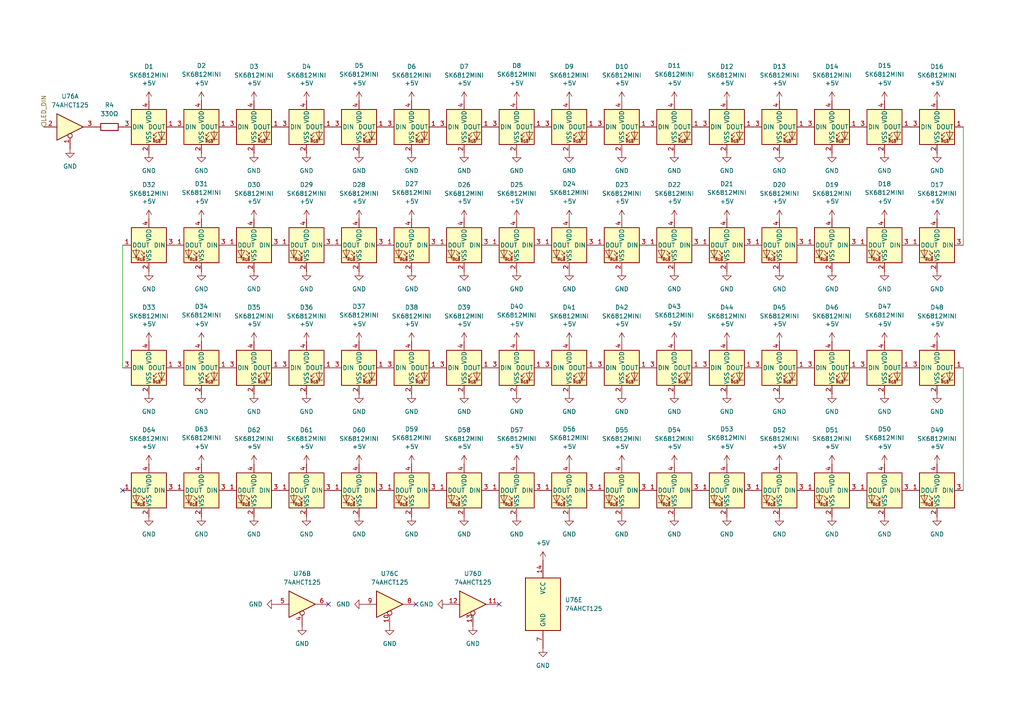
<source format=kicad_sch>
(kicad_sch (version 20250114) (generator "eeschema") (generator_version "9.0")
  (paper "A4")
  (no_connect (at 144.78 175.26))
  (no_connect (at 95.25 175.26))
  (no_connect (at 35.56 142.24))
  (no_connect (at 120.65 175.26))
  (wire (pts (xy 279.4 106.68) (xy 279.4 142.24)))
  (wire (pts (xy 35.56 71.12) (xy 35.56 106.68)))
  (wire (pts (xy 279.4 36.83) (xy 279.4 71.12)))
  (hierarchical_label "LED_DIN" (shape input) (at 12.7 36.83 90))
  (symbol (lib_id "power:+5V") (at 149.86 99.06 0) (unit 1)
    (property "Reference" "#PWR0606" (effects (hide yes)))
    (property "Value" "+5V" (at 149.86 93.98 0))
    (property "Description" "Power symbol creates a global label with name \"+5V\"" (effects (hide yes)))
  )
  (symbol (lib_id "power:+5V") (at 88.9 63.5 0) (mirror y) (unit 1)
    (property "Reference" "#PWR0584" (effects (hide yes)))
    (property "Value" "+5V" (at 88.9 58.42 0))
    (property "Description" "Power symbol creates a global label with name \"+5V\"" (effects (hide yes)))
  )
  (symbol (lib_id "LED:SK6812MINI") (at 73.66 36.83 0) (unit 1)
    (property "Reference" "D3" (at 73.66 19.304 0))
    (property "Value" "SK6812MINI" (at 73.66 21.844 0))
    (property "Footprint" "LED_SMD:LED_SK6812MINI_PLCC4_3.5x3.5mm_P1.75mm" (effects (hide yes)))
    (property "Datasheet" "https://cdn-shop.adafruit.com/product-files/2686/SK6812MINI_REV.01-1-2.pdf" (effects (hide yes)))
    (property "Description" "RGB LED with integrated controller" (effects (hide yes)))
  )
  (symbol (lib_id "power:GND") (at 104.14 149.86 0) (mirror y) (unit 1)
    (property "Reference" "#PWR0647" (effects (hide yes)))
    (property "Value" "GND" (at 104.14 154.94 0))
    (property "Description" "Power symbol creates a global label with name \"GND\" , ground" (effects (hide yes)))
  )
  (symbol (lib_id "power:GND") (at 73.66 44.45 0) (unit 1)
    (property "Reference" "#PWR0533" (effects (hide yes)))
    (property "Value" "GND" (at 73.66 49.53 0))
    (property "Description" "Power symbol creates a global label with name \"GND\" , ground" (effects (hide yes)))
  )
  (symbol (lib_id "LED:SK6812MINI") (at 58.42 142.24 0) (mirror y) (unit 1)
    (property "Reference" "D63" (at 58.42 124.46 0))
    (property "Value" "SK6812MINI" (at 58.42 127 0))
    (property "Footprint" "LED_SMD:LED_SK6812MINI_PLCC4_3.5x3.5mm_P1.75mm" (effects (hide yes)))
    (property "Datasheet" "https://cdn-shop.adafruit.com/product-files/2686/SK6812MINI_REV.01-1-2.pdf" (effects (hide yes)))
    (property "Description" "RGB LED with integrated controller" (effects (hide yes)))
  )
  (symbol (lib_id "power:+5V") (at 134.62 99.06 0) (unit 1)
    (property "Reference" "#PWR0604" (effects (hide yes)))
    (property "Value" "+5V" (at 134.62 93.98 0))
    (property "Description" "Power symbol creates a global label with name \"+5V\"" (effects (hide yes)))
  )
  (symbol (lib_id "LED:SK6812MINI") (at 134.62 36.83 0) (unit 1)
    (property "Reference" "D7" (at 134.62 19.304 0))
    (property "Value" "SK6812MINI" (at 134.62 21.844 0))
    (property "Footprint" "LED_SMD:LED_SK6812MINI_PLCC4_3.5x3.5mm_P1.75mm" (effects (hide yes)))
    (property "Datasheet" "https://cdn-shop.adafruit.com/product-files/2686/SK6812MINI_REV.01-1-2.pdf" (effects (hide yes)))
    (property "Description" "RGB LED with integrated controller" (effects (hide yes)))
  )
  (symbol (lib_id "LED:SK6812MINI") (at 271.78 106.68 0) (unit 1)
    (property "Reference" "D48" (at 271.78 89.154 0))
    (property "Value" "SK6812MINI" (at 271.78 91.694 0))
    (property "Footprint" "LED_SMD:LED_SK6812MINI_PLCC4_3.5x3.5mm_P1.75mm" (effects (hide yes)))
    (property "Datasheet" "https://cdn-shop.adafruit.com/product-files/2686/SK6812MINI_REV.01-1-2.pdf" (effects (hide yes)))
    (property "Description" "RGB LED with integrated controller" (effects (hide yes)))
  )
  (symbol (lib_id "power:+5V") (at 73.66 29.21 0) (unit 1)
    (property "Reference" "#PWR0532" (effects (hide yes)))
    (property "Value" "+5V" (at 73.66 24.13 0))
    (property "Description" "Power symbol creates a global label with name \"+5V\"" (effects (hide yes)))
  )
  (symbol (lib_id "power:GND") (at 256.54 149.86 0) (mirror y) (unit 1)
    (property "Reference" "#PWR0627" (effects (hide yes)))
    (property "Value" "GND" (at 256.54 154.94 0))
    (property "Description" "Power symbol creates a global label with name \"GND\" , ground" (effects (hide yes)))
  )
  (symbol (lib_id "power:+5V") (at 256.54 29.21 0) (unit 1)
    (property "Reference" "#PWR0556" (effects (hide yes)))
    (property "Value" "+5V" (at 256.54 24.13 0))
    (property "Description" "Power symbol creates a global label with name \"+5V\"" (effects (hide yes)))
  )
  (symbol (lib_id "LED:SK6812MINI") (at 104.14 36.83 0) (unit 1)
    (property "Reference" "D5" (at 104.14 19.05 0))
    (property "Value" "SK6812MINI" (at 104.14 21.59 0))
    (property "Footprint" "LED_SMD:LED_SK6812MINI_PLCC4_3.5x3.5mm_P1.75mm" (effects (hide yes)))
    (property "Datasheet" "https://cdn-shop.adafruit.com/product-files/2686/SK6812MINI_REV.01-1-2.pdf" (effects (hide yes)))
    (property "Description" "RGB LED with integrated controller" (effects (hide yes)))
  )
  (symbol (lib_id "power:GND") (at 105.41 175.26 270) (unit 1)
    (property "Reference" "#PWR0660" (effects (hide yes)))
    (property "Value" "GND" (at 101.6 175.2599 90) (effects (justify right)))
    (property "Description" "Power symbol creates a global label with name \"GND\" , ground" (effects (hide yes)))
  )
  (symbol (lib_id "LED:SK6812MINI") (at 165.1 142.24 0) (mirror y) (unit 1)
    (property "Reference" "D56" (at 165.1 124.46 0))
    (property "Value" "SK6812MINI" (at 165.1 127 0))
    (property "Footprint" "LED_SMD:LED_SK6812MINI_PLCC4_3.5x3.5mm_P1.75mm" (effects (hide yes)))
    (property "Datasheet" "https://cdn-shop.adafruit.com/product-files/2686/SK6812MINI_REV.01-1-2.pdf" (effects (hide yes)))
    (property "Description" "RGB LED with integrated controller" (effects (hide yes)))
  )
  (symbol (lib_id "74xx:74AHCT125") (at 20.32 36.83 0) (unit 1)
    (property "Reference" "U76" (at 20.32 27.94 0))
    (property "Value" "74AHCT125" (at 20.32 30.48 0))
    (property "Datasheet" "https://www.ti.com/lit/ds/symlink/sn74ahct125.pdf" (effects (hide yes)))
    (property "Description" "Quadruple Bus Buffer Gates With 3-State Outputs" (effects (hide yes)))
  )
  (symbol (lib_id "power:+5V") (at 119.38 134.62 0) (mirror y) (unit 1)
    (property "Reference" "#PWR0644" (effects (hide yes)))
    (property "Value" "+5V" (at 119.38 129.54 0))
    (property "Description" "Power symbol creates a global label with name \"+5V\"" (effects (hide yes)))
  )
  (symbol (lib_id "power:GND") (at 58.42 149.86 0) (mirror y) (unit 1)
    (property "Reference" "#PWR0653" (effects (hide yes)))
    (property "Value" "GND" (at 58.42 154.94 0))
    (property "Description" "Power symbol creates a global label with name \"GND\" , ground" (effects (hide yes)))
  )
  (symbol (lib_id "power:+5V") (at 256.54 63.5 0) (mirror y) (unit 1)
    (property "Reference" "#PWR0562" (effects (hide yes)))
    (property "Value" "+5V" (at 256.54 58.42 0))
    (property "Description" "Power symbol creates a global label with name \"+5V\"" (effects (hide yes)))
  )
  (symbol (lib_id "power:GND") (at 210.82 114.3 0) (unit 1)
    (property "Reference" "#PWR0615" (effects (hide yes)))
    (property "Value" "GND" (at 210.82 119.38 0))
    (property "Description" "Power symbol creates a global label with name \"GND\" , ground" (effects (hide yes)))
  )
  (symbol (lib_id "LED:SK6812MINI") (at 226.06 71.12 0) (mirror y) (unit 1)
    (property "Reference" "D20" (at 226.06 53.594 0))
    (property "Value" "SK6812MINI" (at 226.06 56.134 0))
    (property "Footprint" "LED_SMD:LED_SK6812MINI_PLCC4_3.5x3.5mm_P1.75mm" (effects (hide yes)))
    (property "Datasheet" "https://cdn-shop.adafruit.com/product-files/2686/SK6812MINI_REV.01-1-2.pdf" (effects (hide yes)))
    (property "Description" "RGB LED with integrated controller" (effects (hide yes)))
  )
  (symbol (lib_id "power:+5V") (at 195.58 99.06 0) (unit 1)
    (property "Reference" "#PWR0612" (effects (hide yes)))
    (property "Value" "+5V" (at 195.58 93.98 0))
    (property "Description" "Power symbol creates a global label with name \"+5V\"" (effects (hide yes)))
  )
  (symbol (lib_id "LED:SK6812MINI") (at 241.3 142.24 0) (mirror y) (unit 1)
    (property "Reference" "D51" (at 241.3 124.714 0))
    (property "Value" "SK6812MINI" (at 241.3 127.254 0))
    (property "Footprint" "LED_SMD:LED_SK6812MINI_PLCC4_3.5x3.5mm_P1.75mm" (effects (hide yes)))
    (property "Datasheet" "https://cdn-shop.adafruit.com/product-files/2686/SK6812MINI_REV.01-1-2.pdf" (effects (hide yes)))
    (property "Description" "RGB LED with integrated controller" (effects (hide yes)))
  )
  (symbol (lib_id "LED:SK6812MINI") (at 165.1 106.68 0) (unit 1)
    (property "Reference" "D41" (at 165.1 89.154 0))
    (property "Value" "SK6812MINI" (at 165.1 91.694 0))
    (property "Footprint" "LED_SMD:LED_SK6812MINI_PLCC4_3.5x3.5mm_P1.75mm" (effects (hide yes)))
    (property "Datasheet" "https://cdn-shop.adafruit.com/product-files/2686/SK6812MINI_REV.01-1-2.pdf" (effects (hide yes)))
    (property "Description" "RGB LED with integrated controller" (effects (hide yes)))
  )
  (symbol (lib_id "LED:SK6812MINI") (at 43.18 36.83 0) (unit 1)
    (property "Reference" "D1" (at 43.18 19.304 0))
    (property "Value" "SK6812MINI" (at 43.18 21.844 0))
    (property "Footprint" "LED_SMD:LED_SK6812MINI_PLCC4_3.5x3.5mm_P1.75mm" (effects (hide yes)))
    (property "Datasheet" "https://cdn-shop.adafruit.com/product-files/2686/SK6812MINI_REV.01-1-2.pdf" (effects (hide yes)))
    (property "Description" "RGB LED with integrated controller" (effects (hide yes)))
  )
  (symbol (lib_id "LED:SK6812MINI") (at 73.66 71.12 0) (mirror y) (unit 1)
    (property "Reference" "D30" (at 73.66 53.594 0))
    (property "Value" "SK6812MINI" (at 73.66 56.134 0))
    (property "Footprint" "LED_SMD:LED_SK6812MINI_PLCC4_3.5x3.5mm_P1.75mm" (effects (hide yes)))
    (property "Datasheet" "https://cdn-shop.adafruit.com/product-files/2686/SK6812MINI_REV.01-1-2.pdf" (effects (hide yes)))
    (property "Description" "RGB LED with integrated controller" (effects (hide yes)))
  )
  (symbol (lib_id "power:+5V") (at 226.06 29.21 0) (unit 1)
    (property "Reference" "#PWR0552" (effects (hide yes)))
    (property "Value" "+5V" (at 226.06 24.13 0))
    (property "Description" "Power symbol creates a global label with name \"+5V\"" (effects (hide yes)))
  )
  (symbol (lib_id "power:GND") (at 241.3 44.45 0) (unit 1)
    (property "Reference" "#PWR0555" (effects (hide yes)))
    (property "Value" "GND" (at 241.3 49.53 0))
    (property "Description" "Power symbol creates a global label with name \"GND\" , ground" (effects (hide yes)))
  )
  (symbol (lib_id "power:GND") (at 195.58 149.86 0) (mirror y) (unit 1)
    (property "Reference" "#PWR0635" (effects (hide yes)))
    (property "Value" "GND" (at 195.58 154.94 0))
    (property "Description" "Power symbol creates a global label with name \"GND\" , ground" (effects (hide yes)))
  )
  (symbol (lib_id "LED:SK6812MINI") (at 58.42 36.83 0) (unit 1)
    (property "Reference" "D2" (at 58.42 19.05 0))
    (property "Value" "SK6812MINI" (at 58.42 21.59 0))
    (property "Footprint" "LED_SMD:LED_SK6812MINI_PLCC4_3.5x3.5mm_P1.75mm" (effects (hide yes)))
    (property "Datasheet" "https://cdn-shop.adafruit.com/product-files/2686/SK6812MINI_REV.01-1-2.pdf" (effects (hide yes)))
    (property "Description" "RGB LED with integrated controller" (effects (hide yes)))
  )
  (symbol (lib_id "LED:SK6812MINI") (at 149.86 142.24 0) (mirror y) (unit 1)
    (property "Reference" "D57" (at 149.86 124.714 0))
    (property "Value" "SK6812MINI" (at 149.86 127.254 0))
    (property "Footprint" "LED_SMD:LED_SK6812MINI_PLCC4_3.5x3.5mm_P1.75mm" (effects (hide yes)))
    (property "Datasheet" "https://cdn-shop.adafruit.com/product-files/2686/SK6812MINI_REV.01-1-2.pdf" (effects (hide yes)))
    (property "Description" "RGB LED with integrated controller" (effects (hide yes)))
  )
  (symbol (lib_id "power:GND") (at 256.54 114.3 0) (unit 1)
    (property "Reference" "#PWR0621" (effects (hide yes)))
    (property "Value" "GND" (at 256.54 119.38 0))
    (property "Description" "Power symbol creates a global label with name \"GND\" , ground" (effects (hide yes)))
  )
  (symbol (lib_id "LED:SK6812MINI") (at 195.58 36.83 0) (unit 1)
    (property "Reference" "D11" (at 195.58 19.05 0))
    (property "Value" "SK6812MINI" (at 195.58 21.59 0))
    (property "Footprint" "LED_SMD:LED_SK6812MINI_PLCC4_3.5x3.5mm_P1.75mm" (effects (hide yes)))
    (property "Datasheet" "https://cdn-shop.adafruit.com/product-files/2686/SK6812MINI_REV.01-1-2.pdf" (effects (hide yes)))
    (property "Description" "RGB LED with integrated controller" (effects (hide yes)))
  )
  (symbol (lib_id "power:+5V") (at 195.58 63.5 0) (mirror y) (unit 1)
    (property "Reference" "#PWR0570" (effects (hide yes)))
    (property "Value" "+5V" (at 195.58 58.42 0))
    (property "Description" "Power symbol creates a global label with name \"+5V\"" (effects (hide yes)))
  )
  (symbol (lib_id "LED:SK6812MINI") (at 43.18 142.24 0) (mirror y) (unit 1)
    (property "Reference" "D64" (at 43.18 124.714 0))
    (property "Value" "SK6812MINI" (at 43.18 127.254 0))
    (property "Footprint" "LED_SMD:LED_SK6812MINI_PLCC4_3.5x3.5mm_P1.75mm" (effects (hide yes)))
    (property "Datasheet" "https://cdn-shop.adafruit.com/product-files/2686/SK6812MINI_REV.01-1-2.pdf" (effects (hide yes)))
    (property "Description" "RGB LED with integrated controller" (effects (hide yes)))
  )
  (symbol (lib_id "power:+5V") (at 271.78 99.06 0) (unit 1)
    (property "Reference" "#PWR0622" (effects (hide yes)))
    (property "Value" "+5V" (at 271.78 93.98 0))
    (property "Description" "Power symbol creates a global label with name \"+5V\"" (effects (hide yes)))
  )
  (symbol (lib_id "LED:SK6812MINI") (at 256.54 106.68 0) (unit 1)
    (property "Reference" "D47" (at 256.54 88.9 0))
    (property "Value" "SK6812MINI" (at 256.54 91.44 0))
    (property "Footprint" "LED_SMD:LED_SK6812MINI_PLCC4_3.5x3.5mm_P1.75mm" (effects (hide yes)))
    (property "Datasheet" "https://cdn-shop.adafruit.com/product-files/2686/SK6812MINI_REV.01-1-2.pdf" (effects (hide yes)))
    (property "Description" "RGB LED with integrated controller" (effects (hide yes)))
  )
  (symbol (lib_id "LED:SK6812MINI") (at 58.42 71.12 0) (mirror y) (unit 1)
    (property "Reference" "D31" (at 58.42 53.34 0))
    (property "Value" "SK6812MINI" (at 58.42 55.88 0))
    (property "Footprint" "LED_SMD:LED_SK6812MINI_PLCC4_3.5x3.5mm_P1.75mm" (effects (hide yes)))
    (property "Datasheet" "https://cdn-shop.adafruit.com/product-files/2686/SK6812MINI_REV.01-1-2.pdf" (effects (hide yes)))
    (property "Description" "RGB LED with integrated controller" (effects (hide yes)))
  )
  (symbol (lib_id "power:GND") (at 165.1 114.3 0) (unit 1)
    (property "Reference" "#PWR0609" (effects (hide yes)))
    (property "Value" "GND" (at 165.1 119.38 0))
    (property "Description" "Power symbol creates a global label with name \"GND\" , ground" (effects (hide yes)))
  )
  (symbol (lib_id "power:GND") (at 113.03 181.61 0) (unit 1)
    (property "Reference" "#PWR0663" (effects (hide yes)))
    (property "Value" "GND" (at 113.03 186.69 0))
    (property "Description" "Power symbol creates a global label with name \"GND\" , ground" (effects (hide yes)))
  )
  (symbol (lib_id "LED:SK6812MINI") (at 241.3 71.12 0) (mirror y) (unit 1)
    (property "Reference" "D19" (at 241.3 53.594 0))
    (property "Value" "SK6812MINI" (at 241.3 56.134 0))
    (property "Footprint" "LED_SMD:LED_SK6812MINI_PLCC4_3.5x3.5mm_P1.75mm" (effects (hide yes)))
    (property "Datasheet" "https://cdn-shop.adafruit.com/product-files/2686/SK6812MINI_REV.01-1-2.pdf" (effects (hide yes)))
    (property "Description" "RGB LED with integrated controller" (effects (hide yes)))
  )
  (symbol (lib_id "power:GND") (at 87.63 181.61 0) (unit 1)
    (property "Reference" "#PWR0662" (effects (hide yes)))
    (property "Value" "GND" (at 87.63 186.69 0))
    (property "Description" "Power symbol creates a global label with name \"GND\" , ground" (effects (hide yes)))
  )
  (symbol (lib_id "power:GND") (at 134.62 114.3 0) (unit 1)
    (property "Reference" "#PWR0605" (effects (hide yes)))
    (property "Value" "GND" (at 134.62 119.38 0))
    (property "Description" "Power symbol creates a global label with name \"GND\" , ground" (effects (hide yes)))
  )
  (symbol (lib_id "power:GND") (at 195.58 114.3 0) (unit 1)
    (property "Reference" "#PWR0613" (effects (hide yes)))
    (property "Value" "GND" (at 195.58 119.38 0))
    (property "Description" "Power symbol creates a global label with name \"GND\" , ground" (effects (hide yes)))
  )
  (symbol (lib_id "power:+5V") (at 210.82 99.06 0) (unit 1)
    (property "Reference" "#PWR0614" (effects (hide yes)))
    (property "Value" "+5V" (at 210.82 93.98 0))
    (property "Description" "Power symbol creates a global label with name \"+5V\"" (effects (hide yes)))
  )
  (symbol (lib_id "power:+5V") (at 195.58 29.21 0) (unit 1)
    (property "Reference" "#PWR0548" (effects (hide yes)))
    (property "Value" "+5V" (at 195.58 24.13 0))
    (property "Description" "Power symbol creates a global label with name \"+5V\"" (effects (hide yes)))
  )
  (symbol (lib_id "power:+5V") (at 88.9 29.21 0) (unit 1)
    (property "Reference" "#PWR0534" (effects (hide yes)))
    (property "Value" "+5V" (at 88.9 24.13 0))
    (property "Description" "Power symbol creates a global label with name \"+5V\"" (effects (hide yes)))
  )
  (symbol (lib_id "Device:R") (at 31.75 36.83 90) (unit 1)
    (property "Reference" "R4" (at 31.75 30.48 90))
    (property "Value" "330Ω" (at 31.75 33.02 90))
    (property "Description" "Resistor" (effects (hide yes)))
  )
  (symbol (lib_id "LED:SK6812MINI") (at 104.14 106.68 0) (unit 1)
    (property "Reference" "D37" (at 104.14 88.9 0))
    (property "Value" "SK6812MINI" (at 104.14 91.44 0))
    (property "Footprint" "LED_SMD:LED_SK6812MINI_PLCC4_3.5x3.5mm_P1.75mm" (effects (hide yes)))
    (property "Datasheet" "https://cdn-shop.adafruit.com/product-files/2686/SK6812MINI_REV.01-1-2.pdf" (effects (hide yes)))
    (property "Description" "RGB LED with integrated controller" (effects (hide yes)))
  )
  (symbol (lib_id "power:GND") (at 180.34 149.86 0) (mirror y) (unit 1)
    (property "Reference" "#PWR0637" (effects (hide yes)))
    (property "Value" "GND" (at 180.34 154.94 0))
    (property "Description" "Power symbol creates a global label with name \"GND\" , ground" (effects (hide yes)))
  )
  (symbol (lib_id "power:+5V") (at 119.38 63.5 0) (mirror y) (unit 1)
    (property "Reference" "#PWR0580" (effects (hide yes)))
    (property "Value" "+5V" (at 119.38 58.42 0))
    (property "Description" "Power symbol creates a global label with name \"+5V\"" (effects (hide yes)))
  )
  (symbol (lib_id "power:GND") (at 58.42 114.3 0) (unit 1)
    (property "Reference" "#PWR0595" (effects (hide yes)))
    (property "Value" "GND" (at 58.42 119.38 0))
    (property "Description" "Power symbol creates a global label with name \"GND\" , ground" (effects (hide yes)))
  )
  (symbol (lib_id "power:+5V") (at 271.78 29.21 0) (unit 1)
    (property "Reference" "#PWR0558" (effects (hide yes)))
    (property "Value" "+5V" (at 271.78 24.13 0))
    (property "Description" "Power symbol creates a global label with name \"+5V\"" (effects (hide yes)))
  )
  (symbol (lib_id "power:+5V") (at 58.42 29.21 0) (unit 1)
    (property "Reference" "#PWR0530" (effects (hide yes)))
    (property "Value" "+5V" (at 58.42 24.13 0))
    (property "Description" "Power symbol creates a global label with name \"+5V\"" (effects (hide yes)))
  )
  (symbol (lib_id "LED:SK6812MINI") (at 119.38 142.24 0) (mirror y) (unit 1)
    (property "Reference" "D59" (at 119.38 124.46 0))
    (property "Value" "SK6812MINI" (at 119.38 127 0))
    (property "Footprint" "LED_SMD:LED_SK6812MINI_PLCC4_3.5x3.5mm_P1.75mm" (effects (hide yes)))
    (property "Datasheet" "https://cdn-shop.adafruit.com/product-files/2686/SK6812MINI_REV.01-1-2.pdf" (effects (hide yes)))
    (property "Description" "RGB LED with integrated controller" (effects (hide yes)))
  )
  (symbol (lib_id "LED:SK6812MINI") (at 119.38 36.83 0) (unit 1)
    (property "Reference" "D6" (at 119.38 19.304 0))
    (property "Value" "SK6812MINI" (at 119.38 21.844 0))
    (property "Footprint" "LED_SMD:LED_SK6812MINI_PLCC4_3.5x3.5mm_P1.75mm" (effects (hide yes)))
    (property "Datasheet" "https://cdn-shop.adafruit.com/product-files/2686/SK6812MINI_REV.01-1-2.pdf" (effects (hide yes)))
    (property "Description" "RGB LED with integrated controller" (effects (hide yes)))
  )
  (symbol (lib_id "power:GND") (at 134.62 78.74 0) (mirror y) (unit 1)
    (property "Reference" "#PWR0579" (effects (hide yes)))
    (property "Value" "GND" (at 134.62 83.82 0))
    (property "Description" "Power symbol creates a global label with name \"GND\" , ground" (effects (hide yes)))
  )
  (symbol (lib_id "power:+5V") (at 165.1 99.06 0) (unit 1)
    (property "Reference" "#PWR0608" (effects (hide yes)))
    (property "Value" "+5V" (at 165.1 93.98 0))
    (property "Description" "Power symbol creates a global label with name \"+5V\"" (effects (hide yes)))
  )
  (symbol (lib_id "power:GND") (at 195.58 44.45 0) (unit 1)
    (property "Reference" "#PWR0549" (effects (hide yes)))
    (property "Value" "GND" (at 195.58 49.53 0))
    (property "Description" "Power symbol creates a global label with name \"GND\" , ground" (effects (hide yes)))
  )
  (symbol (lib_id "power:+5V") (at 104.14 134.62 0) (mirror y) (unit 1)
    (property "Reference" "#PWR0646" (effects (hide yes)))
    (property "Value" "+5V" (at 104.14 129.54 0))
    (property "Description" "Power symbol creates a global label with name \"+5V\"" (effects (hide yes)))
  )
  (symbol (lib_id "power:+5V") (at 104.14 99.06 0) (unit 1)
    (property "Reference" "#PWR0600" (effects (hide yes)))
    (property "Value" "+5V" (at 104.14 93.98 0))
    (property "Description" "Power symbol creates a global label with name \"+5V\"" (effects (hide yes)))
  )
  (symbol (lib_id "LED:SK6812MINI") (at 226.06 142.24 0) (mirror y) (unit 1)
    (property "Reference" "D52" (at 226.06 124.714 0))
    (property "Value" "SK6812MINI" (at 226.06 127.254 0))
    (property "Footprint" "LED_SMD:LED_SK6812MINI_PLCC4_3.5x3.5mm_P1.75mm" (effects (hide yes)))
    (property "Datasheet" "https://cdn-shop.adafruit.com/product-files/2686/SK6812MINI_REV.01-1-2.pdf" (effects (hide yes)))
    (property "Description" "RGB LED with integrated controller" (effects (hide yes)))
  )
  (symbol (lib_id "power:GND") (at 88.9 78.74 0) (mirror y) (unit 1)
    (property "Reference" "#PWR0585" (effects (hide yes)))
    (property "Value" "GND" (at 88.9 83.82 0))
    (property "Description" "Power symbol creates a global label with name \"GND\" , ground" (effects (hide yes)))
  )
  (symbol (lib_id "LED:SK6812MINI") (at 271.78 36.83 0) (unit 1)
    (property "Reference" "D16" (at 271.78 19.304 0))
    (property "Value" "SK6812MINI" (at 271.78 21.844 0))
    (property "Footprint" "LED_SMD:LED_SK6812MINI_PLCC4_3.5x3.5mm_P1.75mm" (effects (hide yes)))
    (property "Datasheet" "https://cdn-shop.adafruit.com/product-files/2686/SK6812MINI_REV.01-1-2.pdf" (effects (hide yes)))
    (property "Description" "RGB LED with integrated controller" (effects (hide yes)))
  )
  (symbol (lib_id "LED:SK6812MINI") (at 88.9 142.24 0) (mirror y) (unit 1)
    (property "Reference" "D61" (at 88.9 124.714 0))
    (property "Value" "SK6812MINI" (at 88.9 127.254 0))
    (property "Footprint" "LED_SMD:LED_SK6812MINI_PLCC4_3.5x3.5mm_P1.75mm" (effects (hide yes)))
    (property "Datasheet" "https://cdn-shop.adafruit.com/product-files/2686/SK6812MINI_REV.01-1-2.pdf" (effects (hide yes)))
    (property "Description" "RGB LED with integrated controller" (effects (hide yes)))
  )
  (symbol (lib_id "power:+5V") (at 256.54 99.06 0) (unit 1)
    (property "Reference" "#PWR0620" (effects (hide yes)))
    (property "Value" "+5V" (at 256.54 93.98 0))
    (property "Description" "Power symbol creates a global label with name \"+5V\"" (effects (hide yes)))
  )
  (symbol (lib_id "power:GND") (at 119.38 44.45 0) (unit 1)
    (property "Reference" "#PWR0539" (effects (hide yes)))
    (property "Value" "GND" (at 119.38 49.53 0))
    (property "Description" "Power symbol creates a global label with name \"GND\" , ground" (effects (hide yes)))
  )
  (symbol (lib_id "LED:SK6812MINI") (at 180.34 71.12 0) (mirror y) (unit 1)
    (property "Reference" "D23" (at 180.34 53.594 0))
    (property "Value" "SK6812MINI" (at 180.34 56.134 0))
    (property "Footprint" "LED_SMD:LED_SK6812MINI_PLCC4_3.5x3.5mm_P1.75mm" (effects (hide yes)))
    (property "Datasheet" "https://cdn-shop.adafruit.com/product-files/2686/SK6812MINI_REV.01-1-2.pdf" (effects (hide yes)))
    (property "Description" "RGB LED with integrated controller" (effects (hide yes)))
  )
  (symbol (lib_id "power:GND") (at 119.38 149.86 0) (mirror y) (unit 1)
    (property "Reference" "#PWR0645" (effects (hide yes)))
    (property "Value" "GND" (at 119.38 154.94 0))
    (property "Description" "Power symbol creates a global label with name \"GND\" , ground" (effects (hide yes)))
  )
  (symbol (lib_id "LED:SK6812MINI") (at 73.66 142.24 0) (mirror y) (unit 1)
    (property "Reference" "D62" (at 73.66 124.714 0))
    (property "Value" "SK6812MINI" (at 73.66 127.254 0))
    (property "Footprint" "LED_SMD:LED_SK6812MINI_PLCC4_3.5x3.5mm_P1.75mm" (effects (hide yes)))
    (property "Datasheet" "https://cdn-shop.adafruit.com/product-files/2686/SK6812MINI_REV.01-1-2.pdf" (effects (hide yes)))
    (property "Description" "RGB LED with integrated controller" (effects (hide yes)))
  )
  (symbol (lib_id "power:+5V") (at 104.14 63.5 0) (mirror y) (unit 1)
    (property "Reference" "#PWR0582" (effects (hide yes)))
    (property "Value" "+5V" (at 104.14 58.42 0))
    (property "Description" "Power symbol creates a global label with name \"+5V\"" (effects (hide yes)))
  )
  (symbol (lib_id "power:GND") (at 210.82 149.86 0) (mirror y) (unit 1)
    (property "Reference" "#PWR0633" (effects (hide yes)))
    (property "Value" "GND" (at 210.82 154.94 0))
    (property "Description" "Power symbol creates a global label with name \"GND\" , ground" (effects (hide yes)))
  )
  (symbol (lib_id "LED:SK6812MINI") (at 195.58 71.12 0) (mirror y) (unit 1)
    (property "Reference" "D22" (at 195.58 53.594 0))
    (property "Value" "SK6812MINI" (at 195.58 56.134 0))
    (property "Footprint" "LED_SMD:LED_SK6812MINI_PLCC4_3.5x3.5mm_P1.75mm" (effects (hide yes)))
    (property "Datasheet" "https://cdn-shop.adafruit.com/product-files/2686/SK6812MINI_REV.01-1-2.pdf" (effects (hide yes)))
    (property "Description" "RGB LED with integrated controller" (effects (hide yes)))
  )
  (symbol (lib_id "power:GND") (at 165.1 44.45 0) (unit 1)
    (property "Reference" "#PWR0545" (effects (hide yes)))
    (property "Value" "GND" (at 165.1 49.53 0))
    (property "Description" "Power symbol creates a global label with name \"GND\" , ground" (effects (hide yes)))
  )
  (symbol (lib_id "74xx:74AHCT125") (at 157.48 175.26 0) (unit 5)
    (property "Reference" "U76" (at 163.83 173.9899 0) (effects (justify left)))
    (property "Value" "74AHCT125" (at 163.83 176.5299 0) (effects (justify left)))
    (property "Datasheet" "https://www.ti.com/lit/ds/symlink/sn74ahct125.pdf" (effects (hide yes)))
    (property "Description" "Quadruple Bus Buffer Gates With 3-State Outputs" (effects (hide yes)))
  )
  (symbol (lib_id "LED:SK6812MINI") (at 104.14 71.12 0) (mirror y) (unit 1)
    (property "Reference" "D28" (at 104.14 53.594 0))
    (property "Value" "SK6812MINI" (at 104.14 56.134 0))
    (property "Footprint" "LED_SMD:LED_SK6812MINI_PLCC4_3.5x3.5mm_P1.75mm" (effects (hide yes)))
    (property "Datasheet" "https://cdn-shop.adafruit.com/product-files/2686/SK6812MINI_REV.01-1-2.pdf" (effects (hide yes)))
    (property "Description" "RGB LED with integrated controller" (effects (hide yes)))
  )
  (symbol (lib_id "power:GND") (at 20.32 43.18 0) (unit 1)
    (property "Reference" "#PWR0657" (effects (hide yes)))
    (property "Value" "GND" (at 20.32 48.26 0))
    (property "Description" "Power symbol creates a global label with name \"GND\" , ground" (effects (hide yes)))
  )
  (symbol (lib_id "LED:SK6812MINI") (at 119.38 106.68 0) (unit 1)
    (property "Reference" "D38" (at 119.38 89.154 0))
    (property "Value" "SK6812MINI" (at 119.38 91.694 0))
    (property "Footprint" "LED_SMD:LED_SK6812MINI_PLCC4_3.5x3.5mm_P1.75mm" (effects (hide yes)))
    (property "Datasheet" "https://cdn-shop.adafruit.com/product-files/2686/SK6812MINI_REV.01-1-2.pdf" (effects (hide yes)))
    (property "Description" "RGB LED with integrated controller" (effects (hide yes)))
  )
  (symbol (lib_id "power:GND") (at 43.18 149.86 0) (mirror y) (unit 1)
    (property "Reference" "#PWR0655" (effects (hide yes)))
    (property "Value" "GND" (at 43.18 154.94 0))
    (property "Description" "Power symbol creates a global label with name \"GND\" , ground" (effects (hide yes)))
  )
  (symbol (lib_id "power:+5V") (at 58.42 99.06 0) (unit 1)
    (property "Reference" "#PWR0594" (effects (hide yes)))
    (property "Value" "+5V" (at 58.42 93.98 0))
    (property "Description" "Power symbol creates a global label with name \"+5V\"" (effects (hide yes)))
  )
  (symbol (lib_id "LED:SK6812MINI") (at 104.14 142.24 0) (mirror y) (unit 1)
    (property "Reference" "D60" (at 104.14 124.714 0))
    (property "Value" "SK6812MINI" (at 104.14 127.254 0))
    (property "Footprint" "LED_SMD:LED_SK6812MINI_PLCC4_3.5x3.5mm_P1.75mm" (effects (hide yes)))
    (property "Datasheet" "https://cdn-shop.adafruit.com/product-files/2686/SK6812MINI_REV.01-1-2.pdf" (effects (hide yes)))
    (property "Description" "RGB LED with integrated controller" (effects (hide yes)))
  )
  (symbol (lib_id "power:+5V") (at 241.3 99.06 0) (unit 1)
    (property "Reference" "#PWR0618" (effects (hide yes)))
    (property "Value" "+5V" (at 241.3 93.98 0))
    (property "Description" "Power symbol creates a global label with name \"+5V\"" (effects (hide yes)))
  )
  (symbol (lib_id "power:+5V") (at 119.38 99.06 0) (unit 1)
    (property "Reference" "#PWR0602" (effects (hide yes)))
    (property "Value" "+5V" (at 119.38 93.98 0))
    (property "Description" "Power symbol creates a global label with name \"+5V\"" (effects (hide yes)))
  )
  (symbol (lib_id "power:+5V") (at 43.18 99.06 0) (unit 1)
    (property "Reference" "#PWR0592" (effects (hide yes)))
    (property "Value" "+5V" (at 43.18 93.98 0))
    (property "Description" "Power symbol creates a global label with name \"+5V\"" (effects (hide yes)))
  )
  (symbol (lib_id "power:+5V") (at 210.82 63.5 0) (mirror y) (unit 1)
    (property "Reference" "#PWR0568" (effects (hide yes)))
    (property "Value" "+5V" (at 210.82 58.42 0))
    (property "Description" "Power symbol creates a global label with name \"+5V\"" (effects (hide yes)))
  )
  (symbol (lib_id "power:+5V") (at 134.62 29.21 0) (unit 1)
    (property "Reference" "#PWR0540" (effects (hide yes)))
    (property "Value" "+5V" (at 134.62 24.13 0))
    (property "Description" "Power symbol creates a global label with name \"+5V\"" (effects (hide yes)))
  )
  (symbol (lib_id "LED:SK6812MINI") (at 180.34 142.24 0) (mirror y) (unit 1)
    (property "Reference" "D55" (at 180.34 124.714 0))
    (property "Value" "SK6812MINI" (at 180.34 127.254 0))
    (property "Footprint" "LED_SMD:LED_SK6812MINI_PLCC4_3.5x3.5mm_P1.75mm" (effects (hide yes)))
    (property "Datasheet" "https://cdn-shop.adafruit.com/product-files/2686/SK6812MINI_REV.01-1-2.pdf" (effects (hide yes)))
    (property "Description" "RGB LED with integrated controller" (effects (hide yes)))
  )
  (symbol (lib_id "power:+5V") (at 271.78 134.62 0) (mirror y) (unit 1)
    (property "Reference" "#PWR0624" (effects (hide yes)))
    (property "Value" "+5V" (at 271.78 129.54 0))
    (property "Description" "Power symbol creates a global label with name \"+5V\"" (effects (hide yes)))
  )
  (symbol (lib_id "power:GND") (at 104.14 44.45 0) (unit 1)
    (property "Reference" "#PWR0537" (effects (hide yes)))
    (property "Value" "GND" (at 104.14 49.53 0))
    (property "Description" "Power symbol creates a global label with name \"GND\" , ground" (effects (hide yes)))
  )
  (symbol (lib_id "power:+5V") (at 134.62 134.62 0) (mirror y) (unit 1)
    (property "Reference" "#PWR0642" (effects (hide yes)))
    (property "Value" "+5V" (at 134.62 129.54 0))
    (property "Description" "Power symbol creates a global label with name \"+5V\"" (effects (hide yes)))
  )
  (symbol (lib_id "power:GND") (at 129.54 175.26 270) (unit 1)
    (property "Reference" "#PWR0661" (effects (hide yes)))
    (property "Value" "GND" (at 125.73 175.2599 90) (effects (justify right)))
    (property "Description" "Power symbol creates a global label with name \"GND\" , ground" (effects (hide yes)))
  )
  (symbol (lib_id "LED:SK6812MINI") (at 210.82 71.12 0) (mirror y) (unit 1)
    (property "Reference" "D21" (at 210.82 53.34 0))
    (property "Value" "SK6812MINI" (at 210.82 55.88 0))
    (property "Footprint" "LED_SMD:LED_SK6812MINI_PLCC4_3.5x3.5mm_P1.75mm" (effects (hide yes)))
    (property "Datasheet" "https://cdn-shop.adafruit.com/product-files/2686/SK6812MINI_REV.01-1-2.pdf" (effects (hide yes)))
    (property "Description" "RGB LED with integrated controller" (effects (hide yes)))
  )
  (symbol (lib_id "power:+5V") (at 165.1 134.62 0) (mirror y) (unit 1)
    (property "Reference" "#PWR0638" (effects (hide yes)))
    (property "Value" "+5V" (at 165.1 129.54 0))
    (property "Description" "Power symbol creates a global label with name \"+5V\"" (effects (hide yes)))
  )
  (symbol (lib_id "LED:SK6812MINI") (at 149.86 36.83 0) (unit 1)
    (property "Reference" "D8" (at 149.86 19.05 0))
    (property "Value" "SK6812MINI" (at 149.86 21.59 0))
    (property "Footprint" "LED_SMD:LED_SK6812MINI_PLCC4_3.5x3.5mm_P1.75mm" (effects (hide yes)))
    (property "Datasheet" "https://cdn-shop.adafruit.com/product-files/2686/SK6812MINI_REV.01-1-2.pdf" (effects (hide yes)))
    (property "Description" "RGB LED with integrated controller" (effects (hide yes)))
  )
  (symbol (lib_id "power:GND") (at 241.3 149.86 0) (mirror y) (unit 1)
    (property "Reference" "#PWR0629" (effects (hide yes)))
    (property "Value" "GND" (at 241.3 154.94 0))
    (property "Description" "Power symbol creates a global label with name \"GND\" , ground" (effects (hide yes)))
  )
  (symbol (lib_id "power:+5V") (at 165.1 63.5 0) (mirror y) (unit 1)
    (property "Reference" "#PWR0574" (effects (hide yes)))
    (property "Value" "+5V" (at 165.1 58.42 0))
    (property "Description" "Power symbol creates a global label with name \"+5V\"" (effects (hide yes)))
  )
  (symbol (lib_id "power:GND") (at 256.54 44.45 0) (unit 1)
    (property "Reference" "#PWR0557" (effects (hide yes)))
    (property "Value" "GND" (at 256.54 49.53 0))
    (property "Description" "Power symbol creates a global label with name \"GND\" , ground" (effects (hide yes)))
  )
  (symbol (lib_id "LED:SK6812MINI") (at 256.54 36.83 0) (unit 1)
    (property "Reference" "D15" (at 256.54 19.05 0))
    (property "Value" "SK6812MINI" (at 256.54 21.59 0))
    (property "Footprint" "LED_SMD:LED_SK6812MINI_PLCC4_3.5x3.5mm_P1.75mm" (effects (hide yes)))
    (property "Datasheet" "https://cdn-shop.adafruit.com/product-files/2686/SK6812MINI_REV.01-1-2.pdf" (effects (hide yes)))
    (property "Description" "RGB LED with integrated controller" (effects (hide yes)))
  )
  (symbol (lib_id "power:+5V") (at 165.1 29.21 0) (unit 1)
    (property "Reference" "#PWR0544" (effects (hide yes)))
    (property "Value" "+5V" (at 165.1 24.13 0))
    (property "Description" "Power symbol creates a global label with name \"+5V\"" (effects (hide yes)))
  )
  (symbol (lib_id "LED:SK6812MINI") (at 195.58 142.24 0) (mirror y) (unit 1)
    (property "Reference" "D54" (at 195.58 124.714 0))
    (property "Value" "SK6812MINI" (at 195.58 127.254 0))
    (property "Footprint" "LED_SMD:LED_SK6812MINI_PLCC4_3.5x3.5mm_P1.75mm" (effects (hide yes)))
    (property "Datasheet" "https://cdn-shop.adafruit.com/product-files/2686/SK6812MINI_REV.01-1-2.pdf" (effects (hide yes)))
    (property "Description" "RGB LED with integrated controller" (effects (hide yes)))
  )
  (symbol (lib_id "74xx:74AHCT125") (at 113.03 175.26 0) (unit 3)
    (property "Reference" "U76" (at 113.03 166.37 0))
    (property "Value" "74AHCT125" (at 113.03 168.91 0))
    (property "Datasheet" "https://www.ti.com/lit/ds/symlink/sn74ahct125.pdf" (effects (hide yes)))
    (property "Description" "Quadruple Bus Buffer Gates With 3-State Outputs" (effects (hide yes)))
  )
  (symbol (lib_id "power:+5V") (at 210.82 29.21 0) (unit 1)
    (property "Reference" "#PWR0550" (effects (hide yes)))
    (property "Value" "+5V" (at 210.82 24.13 0))
    (property "Description" "Power symbol creates a global label with name \"+5V\"" (effects (hide yes)))
  )
  (symbol (lib_id "power:GND") (at 271.78 78.74 0) (mirror y) (unit 1)
    (property "Reference" "#PWR0561" (effects (hide yes)))
    (property "Value" "GND" (at 271.78 83.82 0))
    (property "Description" "Power symbol creates a global label with name \"GND\" , ground" (effects (hide yes)))
  )
  (symbol (lib_id "LED:SK6812MINI") (at 226.06 106.68 0) (unit 1)
    (property "Reference" "D45" (at 226.06 89.154 0))
    (property "Value" "SK6812MINI" (at 226.06 91.694 0))
    (property "Footprint" "LED_SMD:LED_SK6812MINI_PLCC4_3.5x3.5mm_P1.75mm" (effects (hide yes)))
    (property "Datasheet" "https://cdn-shop.adafruit.com/product-files/2686/SK6812MINI_REV.01-1-2.pdf" (effects (hide yes)))
    (property "Description" "RGB LED with integrated controller" (effects (hide yes)))
  )
  (symbol (lib_id "power:+5V") (at 73.66 99.06 0) (unit 1)
    (property "Reference" "#PWR0596" (effects (hide yes)))
    (property "Value" "+5V" (at 73.66 93.98 0))
    (property "Description" "Power symbol creates a global label with name \"+5V\"" (effects (hide yes)))
  )
  (symbol (lib_id "LED:SK6812MINI") (at 73.66 106.68 0) (unit 1)
    (property "Reference" "D35" (at 73.66 89.154 0))
    (property "Value" "SK6812MINI" (at 73.66 91.694 0))
    (property "Footprint" "LED_SMD:LED_SK6812MINI_PLCC4_3.5x3.5mm_P1.75mm" (effects (hide yes)))
    (property "Datasheet" "https://cdn-shop.adafruit.com/product-files/2686/SK6812MINI_REV.01-1-2.pdf" (effects (hide yes)))
    (property "Description" "RGB LED with integrated controller" (effects (hide yes)))
  )
  (symbol (lib_id "LED:SK6812MINI") (at 149.86 71.12 0) (mirror y) (unit 1)
    (property "Reference" "D25" (at 149.86 53.594 0))
    (property "Value" "SK6812MINI" (at 149.86 56.134 0))
    (property "Footprint" "LED_SMD:LED_SK6812MINI_PLCC4_3.5x3.5mm_P1.75mm" (effects (hide yes)))
    (property "Datasheet" "https://cdn-shop.adafruit.com/product-files/2686/SK6812MINI_REV.01-1-2.pdf" (effects (hide yes)))
    (property "Description" "RGB LED with integrated controller" (effects (hide yes)))
  )
  (symbol (lib_id "power:GND") (at 149.86 114.3 0) (unit 1)
    (property "Reference" "#PWR0607" (effects (hide yes)))
    (property "Value" "GND" (at 149.86 119.38 0))
    (property "Description" "Power symbol creates a global label with name \"GND\" , ground" (effects (hide yes)))
  )
  (symbol (lib_id "LED:SK6812MINI") (at 210.82 142.24 0) (mirror y) (unit 1)
    (property "Reference" "D53" (at 210.82 124.46 0))
    (property "Value" "SK6812MINI" (at 210.82 127 0))
    (property "Footprint" "LED_SMD:LED_SK6812MINI_PLCC4_3.5x3.5mm_P1.75mm" (effects (hide yes)))
    (property "Datasheet" "https://cdn-shop.adafruit.com/product-files/2686/SK6812MINI_REV.01-1-2.pdf" (effects (hide yes)))
    (property "Description" "RGB LED with integrated controller" (effects (hide yes)))
  )
  (symbol (lib_id "power:GND") (at 271.78 149.86 0) (mirror y) (unit 1)
    (property "Reference" "#PWR0625" (effects (hide yes)))
    (property "Value" "GND" (at 271.78 154.94 0))
    (property "Description" "Power symbol creates a global label with name \"GND\" , ground" (effects (hide yes)))
  )
  (symbol (lib_id "power:GND") (at 210.82 78.74 0) (mirror y) (unit 1)
    (property "Reference" "#PWR0569" (effects (hide yes)))
    (property "Value" "GND" (at 210.82 83.82 0))
    (property "Description" "Power symbol creates a global label with name \"GND\" , ground" (effects (hide yes)))
  )
  (symbol (lib_id "LED:SK6812MINI") (at 88.9 71.12 0) (mirror y) (unit 1)
    (property "Reference" "D29" (at 88.9 53.594 0))
    (property "Value" "SK6812MINI" (at 88.9 56.134 0))
    (property "Footprint" "LED_SMD:LED_SK6812MINI_PLCC4_3.5x3.5mm_P1.75mm" (effects (hide yes)))
    (property "Datasheet" "https://cdn-shop.adafruit.com/product-files/2686/SK6812MINI_REV.01-1-2.pdf" (effects (hide yes)))
    (property "Description" "RGB LED with integrated controller" (effects (hide yes)))
  )
  (symbol (lib_id "power:GND") (at 134.62 149.86 0) (mirror y) (unit 1)
    (property "Reference" "#PWR0643" (effects (hide yes)))
    (property "Value" "GND" (at 134.62 154.94 0))
    (property "Description" "Power symbol creates a global label with name \"GND\" , ground" (effects (hide yes)))
  )
  (symbol (lib_id "power:+5V") (at 88.9 99.06 0) (unit 1)
    (property "Reference" "#PWR0598" (effects (hide yes)))
    (property "Value" "+5V" (at 88.9 93.98 0))
    (property "Description" "Power symbol creates a global label with name \"+5V\"" (effects (hide yes)))
  )
  (symbol (lib_id "power:GND") (at 149.86 78.74 0) (mirror y) (unit 1)
    (property "Reference" "#PWR0577" (effects (hide yes)))
    (property "Value" "GND" (at 149.86 83.82 0))
    (property "Description" "Power symbol creates a global label with name \"GND\" , ground" (effects (hide yes)))
  )
  (symbol (lib_id "LED:SK6812MINI") (at 119.38 71.12 0) (mirror y) (unit 1)
    (property "Reference" "D27" (at 119.38 53.34 0))
    (property "Value" "SK6812MINI" (at 119.38 55.88 0))
    (property "Footprint" "LED_SMD:LED_SK6812MINI_PLCC4_3.5x3.5mm_P1.75mm" (effects (hide yes)))
    (property "Datasheet" "https://cdn-shop.adafruit.com/product-files/2686/SK6812MINI_REV.01-1-2.pdf" (effects (hide yes)))
    (property "Description" "RGB LED with integrated controller" (effects (hide yes)))
  )
  (symbol (lib_id "power:GND") (at 73.66 114.3 0) (unit 1)
    (property "Reference" "#PWR0597" (effects (hide yes)))
    (property "Value" "GND" (at 73.66 119.38 0))
    (property "Description" "Power symbol creates a global label with name \"GND\" , ground" (effects (hide yes)))
  )
  (symbol (lib_id "power:+5V") (at 43.18 134.62 0) (mirror y) (unit 1)
    (property "Reference" "#PWR0654" (effects (hide yes)))
    (property "Value" "+5V" (at 43.18 129.54 0))
    (property "Description" "Power symbol creates a global label with name \"+5V\"" (effects (hide yes)))
  )
  (symbol (lib_id "power:+5V") (at 226.06 99.06 0) (unit 1)
    (property "Reference" "#PWR0616" (effects (hide yes)))
    (property "Value" "+5V" (at 226.06 93.98 0))
    (property "Description" "Power symbol creates a global label with name \"+5V\"" (effects (hide yes)))
  )
  (symbol (lib_id "power:GND") (at 226.06 149.86 0) (mirror y) (unit 1)
    (property "Reference" "#PWR0631" (effects (hide yes)))
    (property "Value" "GND" (at 226.06 154.94 0))
    (property "Description" "Power symbol creates a global label with name \"GND\" , ground" (effects (hide yes)))
  )
  (symbol (lib_id "power:GND") (at 226.06 114.3 0) (unit 1)
    (property "Reference" "#PWR0617" (effects (hide yes)))
    (property "Value" "GND" (at 226.06 119.38 0))
    (property "Description" "Power symbol creates a global label with name \"GND\" , ground" (effects (hide yes)))
  )
  (symbol (lib_id "power:GND") (at 271.78 44.45 0) (unit 1)
    (property "Reference" "#PWR0559" (effects (hide yes)))
    (property "Value" "GND" (at 271.78 49.53 0))
    (property "Description" "Power symbol creates a global label with name \"GND\" , ground" (effects (hide yes)))
  )
  (symbol (lib_id "power:+5V") (at 104.14 29.21 0) (unit 1)
    (property "Reference" "#PWR0536" (effects (hide yes)))
    (property "Value" "+5V" (at 104.14 24.13 0))
    (property "Description" "Power symbol creates a global label with name \"+5V\"" (effects (hide yes)))
  )
  (symbol (lib_id "power:+5V") (at 119.38 29.21 0) (unit 1)
    (property "Reference" "#PWR0538" (effects (hide yes)))
    (property "Value" "+5V" (at 119.38 24.13 0))
    (property "Description" "Power symbol creates a global label with name \"+5V\"" (effects (hide yes)))
  )
  (symbol (lib_id "LED:SK6812MINI") (at 256.54 142.24 0) (mirror y) (unit 1)
    (property "Reference" "D50" (at 256.54 124.46 0))
    (property "Value" "SK6812MINI" (at 256.54 127 0))
    (property "Footprint" "LED_SMD:LED_SK6812MINI_PLCC4_3.5x3.5mm_P1.75mm" (effects (hide yes)))
    (property "Datasheet" "https://cdn-shop.adafruit.com/product-files/2686/SK6812MINI_REV.01-1-2.pdf" (effects (hide yes)))
    (property "Description" "RGB LED with integrated controller" (effects (hide yes)))
  )
  (symbol (lib_id "LED:SK6812MINI") (at 271.78 142.24 0) (mirror y) (unit 1)
    (property "Reference" "D49" (at 271.78 124.714 0))
    (property "Value" "SK6812MINI" (at 271.78 127.254 0))
    (property "Footprint" "LED_SMD:LED_SK6812MINI_PLCC4_3.5x3.5mm_P1.75mm" (effects (hide yes)))
    (property "Datasheet" "https://cdn-shop.adafruit.com/product-files/2686/SK6812MINI_REV.01-1-2.pdf" (effects (hide yes)))
    (property "Description" "RGB LED with integrated controller" (effects (hide yes)))
  )
  (symbol (lib_id "power:GND") (at 180.34 44.45 0) (unit 1)
    (property "Reference" "#PWR0547" (effects (hide yes)))
    (property "Value" "GND" (at 180.34 49.53 0))
    (property "Description" "Power symbol creates a global label with name \"GND\" , ground" (effects (hide yes)))
  )
  (symbol (lib_id "power:+5V") (at 241.3 29.21 0) (unit 1)
    (property "Reference" "#PWR0554" (effects (hide yes)))
    (property "Value" "+5V" (at 241.3 24.13 0))
    (property "Description" "Power symbol creates a global label with name \"+5V\"" (effects (hide yes)))
  )
  (symbol (lib_id "power:+5V") (at 157.48 162.56 0) (unit 1)
    (property "Reference" "#PWR0658" (effects (hide yes)))
    (property "Value" "+5V" (at 157.48 157.48 0))
    (property "Description" "Power symbol creates a global label with name \"+5V\"" (effects (hide yes)))
  )
  (symbol (lib_id "LED:SK6812MINI") (at 134.62 71.12 0) (mirror y) (unit 1)
    (property "Reference" "D26" (at 134.62 53.594 0))
    (property "Value" "SK6812MINI" (at 134.62 56.134 0))
    (property "Footprint" "LED_SMD:LED_SK6812MINI_PLCC4_3.5x3.5mm_P1.75mm" (effects (hide yes)))
    (property "Datasheet" "https://cdn-shop.adafruit.com/product-files/2686/SK6812MINI_REV.01-1-2.pdf" (effects (hide yes)))
    (property "Description" "RGB LED with integrated controller" (effects (hide yes)))
  )
  (symbol (lib_id "power:+5V") (at 226.06 63.5 0) (mirror y) (unit 1)
    (property "Reference" "#PWR0566" (effects (hide yes)))
    (property "Value" "+5V" (at 226.06 58.42 0))
    (property "Description" "Power symbol creates a global label with name \"+5V\"" (effects (hide yes)))
  )
  (symbol (lib_id "LED:SK6812MINI") (at 180.34 106.68 0) (unit 1)
    (property "Reference" "D42" (at 180.34 89.154 0))
    (property "Value" "SK6812MINI" (at 180.34 91.694 0))
    (property "Footprint" "LED_SMD:LED_SK6812MINI_PLCC4_3.5x3.5mm_P1.75mm" (effects (hide yes)))
    (property "Datasheet" "https://cdn-shop.adafruit.com/product-files/2686/SK6812MINI_REV.01-1-2.pdf" (effects (hide yes)))
    (property "Description" "RGB LED with integrated controller" (effects (hide yes)))
  )
  (symbol (lib_id "LED:SK6812MINI") (at 149.86 106.68 0) (unit 1)
    (property "Reference" "D40" (at 149.86 88.9 0))
    (property "Value" "SK6812MINI" (at 149.86 91.44 0))
    (property "Footprint" "LED_SMD:LED_SK6812MINI_PLCC4_3.5x3.5mm_P1.75mm" (effects (hide yes)))
    (property "Datasheet" "https://cdn-shop.adafruit.com/product-files/2686/SK6812MINI_REV.01-1-2.pdf" (effects (hide yes)))
    (property "Description" "RGB LED with integrated controller" (effects (hide yes)))
  )
  (symbol (lib_id "power:GND") (at 210.82 44.45 0) (unit 1)
    (property "Reference" "#PWR0551" (effects (hide yes)))
    (property "Value" "GND" (at 210.82 49.53 0))
    (property "Description" "Power symbol creates a global label with name \"GND\" , ground" (effects (hide yes)))
  )
  (symbol (lib_id "power:+5V") (at 149.86 134.62 0) (mirror y) (unit 1)
    (property "Reference" "#PWR0640" (effects (hide yes)))
    (property "Value" "+5V" (at 149.86 129.54 0))
    (property "Description" "Power symbol creates a global label with name \"+5V\"" (effects (hide yes)))
  )
  (symbol (lib_id "power:GND") (at 180.34 114.3 0) (unit 1)
    (property "Reference" "#PWR0611" (effects (hide yes)))
    (property "Value" "GND" (at 180.34 119.38 0))
    (property "Description" "Power symbol creates a global label with name \"GND\" , ground" (effects (hide yes)))
  )
  (symbol (lib_id "power:+5V") (at 88.9 134.62 0) (mirror y) (unit 1)
    (property "Reference" "#PWR0648" (effects (hide yes)))
    (property "Value" "+5V" (at 88.9 129.54 0))
    (property "Description" "Power symbol creates a global label with name \"+5V\"" (effects (hide yes)))
  )
  (symbol (lib_id "LED:SK6812MINI") (at 241.3 36.83 0) (unit 1)
    (property "Reference" "D14" (at 241.3 19.304 0))
    (property "Value" "SK6812MINI" (at 241.3 21.844 0))
    (property "Footprint" "LED_SMD:LED_SK6812MINI_PLCC4_3.5x3.5mm_P1.75mm" (effects (hide yes)))
    (property "Datasheet" "https://cdn-shop.adafruit.com/product-files/2686/SK6812MINI_REV.01-1-2.pdf" (effects (hide yes)))
    (property "Description" "RGB LED with integrated controller" (effects (hide yes)))
  )
  (symbol (lib_id "power:GND") (at 165.1 149.86 0) (mirror y) (unit 1)
    (property "Reference" "#PWR0639" (effects (hide yes)))
    (property "Value" "GND" (at 165.1 154.94 0))
    (property "Description" "Power symbol creates a global label with name \"GND\" , ground" (effects (hide yes)))
  )
  (symbol (lib_id "LED:SK6812MINI") (at 195.58 106.68 0) (unit 1)
    (property "Reference" "D43" (at 195.58 88.9 0))
    (property "Value" "SK6812MINI" (at 195.58 91.44 0))
    (property "Footprint" "LED_SMD:LED_SK6812MINI_PLCC4_3.5x3.5mm_P1.75mm" (effects (hide yes)))
    (property "Datasheet" "https://cdn-shop.adafruit.com/product-files/2686/SK6812MINI_REV.01-1-2.pdf" (effects (hide yes)))
    (property "Description" "RGB LED with integrated controller" (effects (hide yes)))
  )
  (symbol (lib_id "power:+5V") (at 180.34 63.5 0) (mirror y) (unit 1)
    (property "Reference" "#PWR0572" (effects (hide yes)))
    (property "Value" "+5V" (at 180.34 58.42 0))
    (property "Description" "Power symbol creates a global label with name \"+5V\"" (effects (hide yes)))
  )
  (symbol (lib_id "power:GND") (at 58.42 44.45 0) (unit 1)
    (property "Reference" "#PWR0531" (effects (hide yes)))
    (property "Value" "GND" (at 58.42 49.53 0))
    (property "Description" "Power symbol creates a global label with name \"GND\" , ground" (effects (hide yes)))
  )
  (symbol (lib_id "LED:SK6812MINI") (at 43.18 71.12 0) (mirror y) (unit 1)
    (property "Reference" "D32" (at 43.18 53.594 0))
    (property "Value" "SK6812MINI" (at 43.18 56.134 0))
    (property "Footprint" "LED_SMD:LED_SK6812MINI_PLCC4_3.5x3.5mm_P1.75mm" (effects (hide yes)))
    (property "Datasheet" "https://cdn-shop.adafruit.com/product-files/2686/SK6812MINI_REV.01-1-2.pdf" (effects (hide yes)))
    (property "Description" "RGB LED with integrated controller" (effects (hide yes)))
  )
  (symbol (lib_id "power:GND") (at 43.18 78.74 0) (mirror y) (unit 1)
    (property "Reference" "#PWR0591" (effects (hide yes)))
    (property "Value" "GND" (at 43.18 83.82 0))
    (property "Description" "Power symbol creates a global label with name \"GND\" , ground" (effects (hide yes)))
  )
  (symbol (lib_id "power:GND") (at 88.9 149.86 0) (mirror y) (unit 1)
    (property "Reference" "#PWR0649" (effects (hide yes)))
    (property "Value" "GND" (at 88.9 154.94 0))
    (property "Description" "Power symbol creates a global label with name \"GND\" , ground" (effects (hide yes)))
  )
  (symbol (lib_id "power:GND") (at 165.1 78.74 0) (mirror y) (unit 1)
    (property "Reference" "#PWR0575" (effects (hide yes)))
    (property "Value" "GND" (at 165.1 83.82 0))
    (property "Description" "Power symbol creates a global label with name \"GND\" , ground" (effects (hide yes)))
  )
  (symbol (lib_id "LED:SK6812MINI") (at 88.9 106.68 0) (unit 1)
    (property "Reference" "D36" (at 88.9 89.154 0))
    (property "Value" "SK6812MINI" (at 88.9 91.694 0))
    (property "Footprint" "LED_SMD:LED_SK6812MINI_PLCC4_3.5x3.5mm_P1.75mm" (effects (hide yes)))
    (property "Datasheet" "https://cdn-shop.adafruit.com/product-files/2686/SK6812MINI_REV.01-1-2.pdf" (effects (hide yes)))
    (property "Description" "RGB LED with integrated controller" (effects (hide yes)))
  )
  (symbol (lib_id "74xx:74AHCT125") (at 87.63 175.26 0) (unit 2)
    (property "Reference" "U76" (at 87.63 166.37 0))
    (property "Value" "74AHCT125" (at 87.63 168.91 0))
    (property "Datasheet" "https://www.ti.com/lit/ds/symlink/sn74ahct125.pdf" (effects (hide yes)))
    (property "Description" "Quadruple Bus Buffer Gates With 3-State Outputs" (effects (hide yes)))
  )
  (symbol (lib_id "LED:SK6812MINI") (at 165.1 71.12 0) (mirror y) (unit 1)
    (property "Reference" "D24" (at 165.1 53.34 0))
    (property "Value" "SK6812MINI" (at 165.1 55.88 0))
    (property "Footprint" "LED_SMD:LED_SK6812MINI_PLCC4_3.5x3.5mm_P1.75mm" (effects (hide yes)))
    (property "Datasheet" "https://cdn-shop.adafruit.com/product-files/2686/SK6812MINI_REV.01-1-2.pdf" (effects (hide yes)))
    (property "Description" "RGB LED with integrated controller" (effects (hide yes)))
  )
  (symbol (lib_id "power:+5V") (at 226.06 134.62 0) (mirror y) (unit 1)
    (property "Reference" "#PWR0630" (effects (hide yes)))
    (property "Value" "+5V" (at 226.06 129.54 0))
    (property "Description" "Power symbol creates a global label with name \"+5V\"" (effects (hide yes)))
  )
  (symbol (lib_id "power:GND") (at 119.38 78.74 0) (mirror y) (unit 1)
    (property "Reference" "#PWR0581" (effects (hide yes)))
    (property "Value" "GND" (at 119.38 83.82 0))
    (property "Description" "Power symbol creates a global label with name \"GND\" , ground" (effects (hide yes)))
  )
  (symbol (lib_id "LED:SK6812MINI") (at 210.82 106.68 0) (unit 1)
    (property "Reference" "D44" (at 210.82 89.154 0))
    (property "Value" "SK6812MINI" (at 210.82 91.694 0))
    (property "Footprint" "LED_SMD:LED_SK6812MINI_PLCC4_3.5x3.5mm_P1.75mm" (effects (hide yes)))
    (property "Datasheet" "https://cdn-shop.adafruit.com/product-files/2686/SK6812MINI_REV.01-1-2.pdf" (effects (hide yes)))
    (property "Description" "RGB LED with integrated controller" (effects (hide yes)))
  )
  (symbol (lib_id "power:GND") (at 119.38 114.3 0) (unit 1)
    (property "Reference" "#PWR0603" (effects (hide yes)))
    (property "Value" "GND" (at 119.38 119.38 0))
    (property "Description" "Power symbol creates a global label with name \"GND\" , ground" (effects (hide yes)))
  )
  (symbol (lib_id "power:GND") (at 241.3 78.74 0) (mirror y) (unit 1)
    (property "Reference" "#PWR0565" (effects (hide yes)))
    (property "Value" "GND" (at 241.3 83.82 0))
    (property "Description" "Power symbol creates a global label with name \"GND\" , ground" (effects (hide yes)))
  )
  (symbol (lib_id "power:GND") (at 256.54 78.74 0) (mirror y) (unit 1)
    (property "Reference" "#PWR0563" (effects (hide yes)))
    (property "Value" "GND" (at 256.54 83.82 0))
    (property "Description" "Power symbol creates a global label with name \"GND\" , ground" (effects (hide yes)))
  )
  (symbol (lib_id "power:+5V") (at 58.42 134.62 0) (mirror y) (unit 1)
    (property "Reference" "#PWR0652" (effects (hide yes)))
    (property "Value" "+5V" (at 58.42 129.54 0))
    (property "Description" "Power symbol creates a global label with name \"+5V\"" (effects (hide yes)))
  )
  (symbol (lib_id "power:+5V") (at 149.86 63.5 0) (mirror y) (unit 1)
    (property "Reference" "#PWR0576" (effects (hide yes)))
    (property "Value" "+5V" (at 149.86 58.42 0))
    (property "Description" "Power symbol creates a global label with name \"+5V\"" (effects (hide yes)))
  )
  (symbol (lib_id "power:+5V") (at 180.34 29.21 0) (unit 1)
    (property "Reference" "#PWR0546" (effects (hide yes)))
    (property "Value" "+5V" (at 180.34 24.13 0))
    (property "Description" "Power symbol creates a global label with name \"+5V\"" (effects (hide yes)))
  )
  (symbol (lib_id "LED:SK6812MINI") (at 134.62 142.24 0) (mirror y) (unit 1)
    (property "Reference" "D58" (at 134.62 124.714 0))
    (property "Value" "SK6812MINI" (at 134.62 127.254 0))
    (property "Footprint" "LED_SMD:LED_SK6812MINI_PLCC4_3.5x3.5mm_P1.75mm" (effects (hide yes)))
    (property "Datasheet" "https://cdn-shop.adafruit.com/product-files/2686/SK6812MINI_REV.01-1-2.pdf" (effects (hide yes)))
    (property "Description" "RGB LED with integrated controller" (effects (hide yes)))
  )
  (symbol (lib_id "LED:SK6812MINI") (at 134.62 106.68 0) (unit 1)
    (property "Reference" "D39" (at 134.62 89.154 0))
    (property "Value" "SK6812MINI" (at 134.62 91.694 0))
    (property "Footprint" "LED_SMD:LED_SK6812MINI_PLCC4_3.5x3.5mm_P1.75mm" (effects (hide yes)))
    (property "Datasheet" "https://cdn-shop.adafruit.com/product-files/2686/SK6812MINI_REV.01-1-2.pdf" (effects (hide yes)))
    (property "Description" "RGB LED with integrated controller" (effects (hide yes)))
  )
  (symbol (lib_id "power:GND") (at 58.42 78.74 0) (mirror y) (unit 1)
    (property "Reference" "#PWR0589" (effects (hide yes)))
    (property "Value" "GND" (at 58.42 83.82 0))
    (property "Description" "Power symbol creates a global label with name \"GND\" , ground" (effects (hide yes)))
  )
  (symbol (lib_id "LED:SK6812MINI") (at 88.9 36.83 0) (unit 1)
    (property "Reference" "D4" (at 88.9 19.304 0))
    (property "Value" "SK6812MINI" (at 88.9 21.844 0))
    (property "Footprint" "LED_SMD:LED_SK6812MINI_PLCC4_3.5x3.5mm_P1.75mm" (effects (hide yes)))
    (property "Datasheet" "https://cdn-shop.adafruit.com/product-files/2686/SK6812MINI_REV.01-1-2.pdf" (effects (hide yes)))
    (property "Description" "RGB LED with integrated controller" (effects (hide yes)))
  )
  (symbol (lib_id "power:GND") (at 88.9 114.3 0) (unit 1)
    (property "Reference" "#PWR0599" (effects (hide yes)))
    (property "Value" "GND" (at 88.9 119.38 0))
    (property "Description" "Power symbol creates a global label with name \"GND\" , ground" (effects (hide yes)))
  )
  (symbol (lib_id "74xx:74AHCT125") (at 137.16 175.26 0) (unit 4)
    (property "Reference" "U76" (at 137.16 166.37 0))
    (property "Value" "74AHCT125" (at 137.16 168.91 0))
    (property "Datasheet" "https://www.ti.com/lit/ds/symlink/sn74ahct125.pdf" (effects (hide yes)))
    (property "Description" "Quadruple Bus Buffer Gates With 3-State Outputs" (effects (hide yes)))
  )
  (symbol (lib_id "power:+5V") (at 73.66 134.62 0) (mirror y) (unit 1)
    (property "Reference" "#PWR0650" (effects (hide yes)))
    (property "Value" "+5V" (at 73.66 129.54 0))
    (property "Description" "Power symbol creates a global label with name \"+5V\"" (effects (hide yes)))
  )
  (symbol (lib_id "power:+5V") (at 241.3 63.5 0) (mirror y) (unit 1)
    (property "Reference" "#PWR0564" (effects (hide yes)))
    (property "Value" "+5V" (at 241.3 58.42 0))
    (property "Description" "Power symbol creates a global label with name \"+5V\"" (effects (hide yes)))
  )
  (symbol (lib_id "power:GND") (at 43.18 44.45 0) (unit 1)
    (property "Reference" "#PWR027" (effects (hide yes)))
    (property "Value" "GND" (at 43.18 49.53 0))
    (property "Description" "Power symbol creates a global label with name \"GND\" , ground" (effects (hide yes)))
  )
  (symbol (lib_id "power:+5V") (at 271.78 63.5 0) (mirror y) (unit 1)
    (property "Reference" "#PWR0560" (effects (hide yes)))
    (property "Value" "+5V" (at 271.78 58.42 0))
    (property "Description" "Power symbol creates a global label with name \"+5V\"" (effects (hide yes)))
  )
  (symbol (lib_id "LED:SK6812MINI") (at 256.54 71.12 0) (mirror y) (unit 1)
    (property "Reference" "D18" (at 256.54 53.34 0))
    (property "Value" "SK6812MINI" (at 256.54 55.88 0))
    (property "Footprint" "LED_SMD:LED_SK6812MINI_PLCC4_3.5x3.5mm_P1.75mm" (effects (hide yes)))
    (property "Datasheet" "https://cdn-shop.adafruit.com/product-files/2686/SK6812MINI_REV.01-1-2.pdf" (effects (hide yes)))
    (property "Description" "RGB LED with integrated controller" (effects (hide yes)))
  )
  (symbol (lib_id "power:+5V") (at 43.18 63.5 0) (mirror y) (unit 1)
    (property "Reference" "#PWR0590" (effects (hide yes)))
    (property "Value" "+5V" (at 43.18 58.42 0))
    (property "Description" "Power symbol creates a global label with name \"+5V\"" (effects (hide yes)))
  )
  (symbol (lib_id "power:GND") (at 43.18 114.3 0) (unit 1)
    (property "Reference" "#PWR0593" (effects (hide yes)))
    (property "Value" "GND" (at 43.18 119.38 0))
    (property "Description" "Power symbol creates a global label with name \"GND\" , ground" (effects (hide yes)))
  )
  (symbol (lib_id "power:+5V") (at 73.66 63.5 0) (mirror y) (unit 1)
    (property "Reference" "#PWR0586" (effects (hide yes)))
    (property "Value" "+5V" (at 73.66 58.42 0))
    (property "Description" "Power symbol creates a global label with name \"+5V\"" (effects (hide yes)))
  )
  (symbol (lib_id "power:GND") (at 195.58 78.74 0) (mirror y) (unit 1)
    (property "Reference" "#PWR0571" (effects (hide yes)))
    (property "Value" "GND" (at 195.58 83.82 0))
    (property "Description" "Power symbol creates a global label with name \"GND\" , ground" (effects (hide yes)))
  )
  (symbol (lib_id "LED:SK6812MINI") (at 210.82 36.83 0) (unit 1)
    (property "Reference" "D12" (at 210.82 19.304 0))
    (property "Value" "SK6812MINI" (at 210.82 21.844 0))
    (property "Footprint" "LED_SMD:LED_SK6812MINI_PLCC4_3.5x3.5mm_P1.75mm" (effects (hide yes)))
    (property "Datasheet" "https://cdn-shop.adafruit.com/product-files/2686/SK6812MINI_REV.01-1-2.pdf" (effects (hide yes)))
    (property "Description" "RGB LED with integrated controller" (effects (hide yes)))
  )
  (symbol (lib_id "power:GND") (at 226.06 44.45 0) (unit 1)
    (property "Reference" "#PWR0553" (effects (hide yes)))
    (property "Value" "GND" (at 226.06 49.53 0))
    (property "Description" "Power symbol creates a global label with name \"GND\" , ground" (effects (hide yes)))
  )
  (symbol (lib_id "LED:SK6812MINI") (at 43.18 106.68 0) (unit 1)
    (property "Reference" "D33" (at 43.18 89.154 0))
    (property "Value" "SK6812MINI" (at 43.18 91.694 0))
    (property "Footprint" "LED_SMD:LED_SK6812MINI_PLCC4_3.5x3.5mm_P1.75mm" (effects (hide yes)))
    (property "Datasheet" "https://cdn-shop.adafruit.com/product-files/2686/SK6812MINI_REV.01-1-2.pdf" (effects (hide yes)))
    (property "Description" "RGB LED with integrated controller" (effects (hide yes)))
  )
  (symbol (lib_id "power:GND") (at 134.62 44.45 0) (unit 1)
    (property "Reference" "#PWR0541" (effects (hide yes)))
    (property "Value" "GND" (at 134.62 49.53 0))
    (property "Description" "Power symbol creates a global label with name \"GND\" , ground" (effects (hide yes)))
  )
  (symbol (lib_id "power:+5V") (at 256.54 134.62 0) (mirror y) (unit 1)
    (property "Reference" "#PWR0626" (effects (hide yes)))
    (property "Value" "+5V" (at 256.54 129.54 0))
    (property "Description" "Power symbol creates a global label with name \"+5V\"" (effects (hide yes)))
  )
  (symbol (lib_id "power:+5V") (at 195.58 134.62 0) (mirror y) (unit 1)
    (property "Reference" "#PWR0634" (effects (hide yes)))
    (property "Value" "+5V" (at 195.58 129.54 0))
    (property "Description" "Power symbol creates a global label with name \"+5V\"" (effects (hide yes)))
  )
  (symbol (lib_id "LED:SK6812MINI") (at 180.34 36.83 0) (unit 1)
    (property "Reference" "D10" (at 180.34 19.304 0))
    (property "Value" "SK6812MINI" (at 180.34 21.844 0))
    (property "Footprint" "LED_SMD:LED_SK6812MINI_PLCC4_3.5x3.5mm_P1.75mm" (effects (hide yes)))
    (property "Datasheet" "https://cdn-shop.adafruit.com/product-files/2686/SK6812MINI_REV.01-1-2.pdf" (effects (hide yes)))
    (property "Description" "RGB LED with integrated controller" (effects (hide yes)))
  )
  (symbol (lib_id "power:+5V") (at 58.42 63.5 0) (mirror y) (unit 1)
    (property "Reference" "#PWR0588" (effects (hide yes)))
    (property "Value" "+5V" (at 58.42 58.42 0))
    (property "Description" "Power symbol creates a global label with name \"+5V\"" (effects (hide yes)))
  )
  (symbol (lib_id "power:+5V") (at 210.82 134.62 0) (mirror y) (unit 1)
    (property "Reference" "#PWR0632" (effects (hide yes)))
    (property "Value" "+5V" (at 210.82 129.54 0))
    (property "Description" "Power symbol creates a global label with name \"+5V\"" (effects (hide yes)))
  )
  (symbol (lib_id "power:GND") (at 73.66 149.86 0) (mirror y) (unit 1)
    (property "Reference" "#PWR0651" (effects (hide yes)))
    (property "Value" "GND" (at 73.66 154.94 0))
    (property "Description" "Power symbol creates a global label with name \"GND\" , ground" (effects (hide yes)))
  )
  (symbol (lib_id "power:GND") (at 157.48 187.96 0) (unit 1)
    (property "Reference" "#PWR0656" (effects (hide yes)))
    (property "Value" "GND" (at 157.48 193.04 0))
    (property "Description" "Power symbol creates a global label with name \"GND\" , ground" (effects (hide yes)))
  )
  (symbol (lib_id "power:GND") (at 271.78 114.3 0) (unit 1)
    (property "Reference" "#PWR0623" (effects (hide yes)))
    (property "Value" "GND" (at 271.78 119.38 0))
    (property "Description" "Power symbol creates a global label with name \"GND\" , ground" (effects (hide yes)))
  )
  (symbol (lib_id "power:GND") (at 241.3 114.3 0) (unit 1)
    (property "Reference" "#PWR0619" (effects (hide yes)))
    (property "Value" "GND" (at 241.3 119.38 0))
    (property "Description" "Power symbol creates a global label with name \"GND\" , ground" (effects (hide yes)))
  )
  (symbol (lib_id "power:+5V") (at 241.3 134.62 0) (mirror y) (unit 1)
    (property "Reference" "#PWR0628" (effects (hide yes)))
    (property "Value" "+5V" (at 241.3 129.54 0))
    (property "Description" "Power symbol creates a global label with name \"+5V\"" (effects (hide yes)))
  )
  (symbol (lib_id "power:+5V") (at 149.86 29.21 0) (unit 1)
    (property "Reference" "#PWR0542" (effects (hide yes)))
    (property "Value" "+5V" (at 149.86 24.13 0))
    (property "Description" "Power symbol creates a global label with name \"+5V\"" (effects (hide yes)))
  )
  (symbol (lib_id "LED:SK6812MINI") (at 226.06 36.83 0) (unit 1)
    (property "Reference" "D13" (at 226.06 19.304 0))
    (property "Value" "SK6812MINI" (at 226.06 21.844 0))
    (property "Footprint" "LED_SMD:LED_SK6812MINI_PLCC4_3.5x3.5mm_P1.75mm" (effects (hide yes)))
    (property "Datasheet" "https://cdn-shop.adafruit.com/product-files/2686/SK6812MINI_REV.01-1-2.pdf" (effects (hide yes)))
    (property "Description" "RGB LED with integrated controller" (effects (hide yes)))
  )
  (symbol (lib_id "power:GND") (at 104.14 114.3 0) (unit 1)
    (property "Reference" "#PWR0601" (effects (hide yes)))
    (property "Value" "GND" (at 104.14 119.38 0))
    (property "Description" "Power symbol creates a global label with name \"GND\" , ground" (effects (hide yes)))
  )
  (symbol (lib_id "power:GND") (at 149.86 44.45 0) (unit 1)
    (property "Reference" "#PWR0543" (effects (hide yes)))
    (property "Value" "GND" (at 149.86 49.53 0))
    (property "Description" "Power symbol creates a global label with name \"GND\" , ground" (effects (hide yes)))
  )
  (symbol (lib_id "power:+5V") (at 180.34 99.06 0) (unit 1)
    (property "Reference" "#PWR0610" (effects (hide yes)))
    (property "Value" "+5V" (at 180.34 93.98 0))
    (property "Description" "Power symbol creates a global label with name \"+5V\"" (effects (hide yes)))
  )
  (symbol (lib_id "LED:SK6812MINI") (at 241.3 106.68 0) (unit 1)
    (property "Reference" "D46" (at 241.3 89.154 0))
    (property "Value" "SK6812MINI" (at 241.3 91.694 0))
    (property "Footprint" "LED_SMD:LED_SK6812MINI_PLCC4_3.5x3.5mm_P1.75mm" (effects (hide yes)))
    (property "Datasheet" "https://cdn-shop.adafruit.com/product-files/2686/SK6812MINI_REV.01-1-2.pdf" (effects (hide yes)))
    (property "Description" "RGB LED with integrated controller" (effects (hide yes)))
  )
  (symbol (lib_id "power:GND") (at 149.86 149.86 0) (mirror y) (unit 1)
    (property "Reference" "#PWR0641" (effects (hide yes)))
    (property "Value" "GND" (at 149.86 154.94 0))
    (property "Description" "Power symbol creates a global label with name \"GND\" , ground" (effects (hide yes)))
  )
  (symbol (lib_id "power:+5V") (at 43.18 29.21 0) (unit 1)
    (property "Reference" "#PWR0529" (effects (hide yes)))
    (property "Value" "+5V" (at 43.18 24.13 0))
    (property "Description" "Power symbol creates a global label with name \"+5V\"" (effects (hide yes)))
  )
  (symbol (lib_id "power:GND") (at 80.01 175.26 270) (unit 1)
    (property "Reference" "#PWR0659" (effects (hide yes)))
    (property "Value" "GND" (at 76.2 175.2599 90) (effects (justify right)))
    (property "Description" "Power symbol creates a global label with name \"GND\" , ground" (effects (hide yes)))
  )
  (symbol (lib_id "power:GND") (at 226.06 78.74 0) (mirror y) (unit 1)
    (property "Reference" "#PWR0567" (effects (hide yes)))
    (property "Value" "GND" (at 226.06 83.82 0))
    (property "Description" "Power symbol creates a global label with name \"GND\" , ground" (effects (hide yes)))
  )
  (symbol (lib_id "power:+5V") (at 134.62 63.5 0) (mirror y) (unit 1)
    (property "Reference" "#PWR0578" (effects (hide yes)))
    (property "Value" "+5V" (at 134.62 58.42 0))
    (property "Description" "Power symbol creates a global label with name \"+5V\"" (effects (hide yes)))
  )
  (symbol (lib_id "LED:SK6812MINI") (at 58.42 106.68 0) (unit 1)
    (property "Reference" "D34" (at 58.42 88.9 0))
    (property "Value" "SK6812MINI" (at 58.42 91.44 0))
    (property "Footprint" "LED_SMD:LED_SK6812MINI_PLCC4_3.5x3.5mm_P1.75mm" (effects (hide yes)))
    (property "Datasheet" "https://cdn-shop.adafruit.com/product-files/2686/SK6812MINI_REV.01-1-2.pdf" (effects (hide yes)))
    (property "Description" "RGB LED with integrated controller" (effects (hide yes)))
  )
  (symbol (lib_id "power:GND") (at 104.14 78.74 0) (mirror y) (unit 1)
    (property "Reference" "#PWR0583" (effects (hide yes)))
    (property "Value" "GND" (at 104.14 83.82 0))
    (property "Description" "Power symbol creates a global label with name \"GND\" , ground" (effects (hide yes)))
  )
  (symbol (lib_id "LED:SK6812MINI") (at 165.1 36.83 0) (unit 1)
    (property "Reference" "D9" (at 165.1 19.304 0))
    (property "Value" "SK6812MINI" (at 165.1 21.844 0))
    (property "Footprint" "LED_SMD:LED_SK6812MINI_PLCC4_3.5x3.5mm_P1.75mm" (effects (hide yes)))
    (property "Datasheet" "https://cdn-shop.adafruit.com/product-files/2686/SK6812MINI_REV.01-1-2.pdf" (effects (hide yes)))
    (property "Description" "RGB LED with integrated controller" (effects (hide yes)))
  )
  (symbol (lib_id "power:GND") (at 180.34 78.74 0) (mirror y) (unit 1)
    (property "Reference" "#PWR0573" (effects (hide yes)))
    (property "Value" "GND" (at 180.34 83.82 0))
    (property "Description" "Power symbol creates a global label with name \"GND\" , ground" (effects (hide yes)))
  )
  (symbol (lib_id "power:GND") (at 88.9 44.45 0) (unit 1)
    (property "Reference" "#PWR0535" (effects (hide yes)))
    (property "Value" "GND" (at 88.9 49.53 0))
    (property "Description" "Power symbol creates a global label with name \"GND\" , ground" (effects (hide yes)))
  )
  (symbol (lib_id "power:+5V") (at 180.34 134.62 0) (mirror y) (unit 1)
    (property "Reference" "#PWR0636" (effects (hide yes)))
    (property "Value" "+5V" (at 180.34 129.54 0))
    (property "Description" "Power symbol creates a global label with name \"+5V\"" (effects (hide yes)))
  )
  (symbol (lib_id "power:GND") (at 137.16 181.61 0) (unit 1)
    (property "Reference" "#PWR0664" (effects (hide yes)))
    (property "Value" "GND" (at 137.16 186.69 0))
    (property "Description" "Power symbol creates a global label with name \"GND\" , ground" (effects (hide yes)))
  )
  (symbol (lib_id "power:GND") (at 73.66 78.74 0) (mirror y) (unit 1)
    (property "Reference" "#PWR0587" (effects (hide yes)))
    (property "Value" "GND" (at 73.66 83.82 0))
    (property "Description" "Power symbol creates a global label with name \"GND\" , ground" (effects (hide yes)))
  )
  (symbol (lib_id "LED:SK6812MINI") (at 271.78 71.12 0) (mirror y) (unit 1)
    (property "Reference" "D17" (at 271.78 53.594 0))
    (property "Value" "SK6812MINI" (at 271.78 56.134 0))
    (property "Footprint" "LED_SMD:LED_SK6812MINI_PLCC4_3.5x3.5mm_P1.75mm" (effects (hide yes)))
    (property "Datasheet" "https://cdn-shop.adafruit.com/product-files/2686/SK6812MINI_REV.01-1-2.pdf" (effects (hide yes)))
    (property "Description" "RGB LED with integrated controller" (effects (hide yes)))
  )
)
</source>
